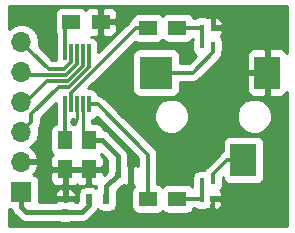
<source format=gtl>
G04 #@! TF.GenerationSoftware,KiCad,Pcbnew,(5.0.0-3-g5ebb6b6)*
G04 #@! TF.CreationDate,2018-08-26T23:18:38+02:00*
G04 #@! TF.ProjectId,Pmod-I2S,506D6F642D4932532E6B696361645F70,rev?*
G04 #@! TF.SameCoordinates,Original*
G04 #@! TF.FileFunction,Copper,L1,Top,Signal*
G04 #@! TF.FilePolarity,Positive*
%FSLAX46Y46*%
G04 Gerber Fmt 4.6, Leading zero omitted, Abs format (unit mm)*
G04 Created by KiCad (PCBNEW (5.0.0-3-g5ebb6b6)) date Sunday, 26 August 2018 at 23:18:38*
%MOMM*%
%LPD*%
G01*
G04 APERTURE LIST*
G04 #@! TA.AperFunction,SMDPad,CuDef*
%ADD10R,1.500000X1.250000*%
G04 #@! TD*
G04 #@! TA.AperFunction,SMDPad,CuDef*
%ADD11R,1.250000X1.500000*%
G04 #@! TD*
G04 #@! TA.AperFunction,ComponentPad*
%ADD12O,1.700000X1.700000*%
G04 #@! TD*
G04 #@! TA.AperFunction,ComponentPad*
%ADD13R,1.700000X1.700000*%
G04 #@! TD*
G04 #@! TA.AperFunction,SMDPad,CuDef*
%ADD14R,0.500000X0.900000*%
G04 #@! TD*
G04 #@! TA.AperFunction,SMDPad,CuDef*
%ADD15R,2.200000X2.800000*%
G04 #@! TD*
G04 #@! TA.AperFunction,SMDPad,CuDef*
%ADD16R,2.800000X2.800000*%
G04 #@! TD*
G04 #@! TA.AperFunction,SMDPad,CuDef*
%ADD17R,0.500000X0.600000*%
G04 #@! TD*
G04 #@! TA.AperFunction,SMDPad,CuDef*
%ADD18R,0.600000X0.500000*%
G04 #@! TD*
G04 #@! TA.AperFunction,SMDPad,CuDef*
%ADD19R,0.300000X1.400000*%
G04 #@! TD*
G04 #@! TA.AperFunction,SMDPad,CuDef*
%ADD20R,0.400000X0.600000*%
G04 #@! TD*
G04 #@! TA.AperFunction,ViaPad*
%ADD21C,0.685800*%
G04 #@! TD*
G04 #@! TA.AperFunction,Conductor*
%ADD22C,0.254000*%
G04 #@! TD*
G04 #@! TA.AperFunction,Conductor*
%ADD23C,0.457200*%
G04 #@! TD*
G04 #@! TA.AperFunction,Conductor*
%ADD24C,0.304800*%
G04 #@! TD*
G04 APERTURE END LIST*
D10*
G04 #@! TO.P,C7,2*
G04 #@! TO.N,Net-(C7-Pad2)*
X102500000Y-62500000D03*
G04 #@! TO.P,C7,1*
G04 #@! TO.N,Net-(C7-Pad1)*
X105000000Y-62500000D03*
G04 #@! TD*
G04 #@! TO.P,C6,1*
G04 #@! TO.N,Net-(C6-Pad1)*
X105000000Y-77000000D03*
G04 #@! TO.P,C6,2*
G04 #@! TO.N,Net-(C6-Pad2)*
X102500000Y-77000000D03*
G04 #@! TD*
D11*
G04 #@! TO.P,C5,2*
G04 #@! TO.N,GND*
X95500000Y-74500000D03*
G04 #@! TO.P,C5,1*
G04 #@! TO.N,Net-(C5-Pad1)*
X95500000Y-72000000D03*
G04 #@! TD*
D10*
G04 #@! TO.P,C4,1*
G04 #@! TO.N,Net-(C4-Pad1)*
X96000000Y-62000000D03*
G04 #@! TO.P,C4,2*
G04 #@! TO.N,GND*
X98500000Y-62000000D03*
G04 #@! TD*
D11*
G04 #@! TO.P,C2,2*
G04 #@! TO.N,GND*
X97500000Y-74500000D03*
G04 #@! TO.P,C2,1*
G04 #@! TO.N,Net-(C2-Pad1)*
X97500000Y-72000000D03*
G04 #@! TD*
D12*
G04 #@! TO.P,J2,6*
G04 #@! TO.N,/MCLK*
X91800000Y-63700000D03*
G04 #@! TO.P,J2,5*
G04 #@! TO.N,/LRCK*
X91800000Y-66240000D03*
G04 #@! TO.P,J2,4*
G04 #@! TO.N,/SCLK*
X91800000Y-68780000D03*
G04 #@! TO.P,J2,3*
G04 #@! TO.N,/SDIN*
X91800000Y-71320000D03*
G04 #@! TO.P,J2,2*
G04 #@! TO.N,GND*
X91800000Y-73860000D03*
D13*
G04 #@! TO.P,J2,1*
G04 #@! TO.N,/VCC*
X91800000Y-76400000D03*
G04 #@! TD*
D14*
G04 #@! TO.P,L1,2*
G04 #@! TO.N,Net-(C2-Pad1)*
X99000000Y-77000000D03*
G04 #@! TO.P,L1,1*
G04 #@! TO.N,/VCC*
X97500000Y-77000000D03*
G04 #@! TD*
D15*
G04 #@! TO.P,J1,3*
G04 #@! TO.N,Net-(J1-Pad3)*
X110600000Y-73700000D03*
G04 #@! TO.P,J1,1*
G04 #@! TO.N,GND*
X112600000Y-66300000D03*
D16*
G04 #@! TO.P,J1,2*
G04 #@! TO.N,Net-(J1-Pad2)*
X103200000Y-66300000D03*
G04 #@! TD*
D17*
G04 #@! TO.P,C1,2*
G04 #@! TO.N,GND*
X95500000Y-77000000D03*
G04 #@! TO.P,C1,1*
G04 #@! TO.N,/VCC*
X95500000Y-78100000D03*
G04 #@! TD*
D18*
G04 #@! TO.P,C3,1*
G04 #@! TO.N,Net-(C2-Pad1)*
X99950000Y-75000000D03*
G04 #@! TO.P,C3,2*
G04 #@! TO.N,GND*
X101050000Y-75000000D03*
G04 #@! TD*
D19*
G04 #@! TO.P,IC1,10*
G04 #@! TO.N,Net-(C6-Pad2)*
X97500000Y-69000000D03*
G04 #@! TO.P,IC1,9*
G04 #@! TO.N,Net-(C2-Pad1)*
X97000000Y-69000000D03*
G04 #@! TO.P,IC1,8*
G04 #@! TO.N,GND*
X96500000Y-69000000D03*
G04 #@! TO.P,IC1,7*
G04 #@! TO.N,Net-(C7-Pad2)*
X96000000Y-69000000D03*
G04 #@! TO.P,IC1,6*
G04 #@! TO.N,Net-(C5-Pad1)*
X95500000Y-69000000D03*
G04 #@! TO.P,IC1,5*
G04 #@! TO.N,Net-(C4-Pad1)*
X95500000Y-64600000D03*
G04 #@! TO.P,IC1,4*
G04 #@! TO.N,/MCLK*
X96000000Y-64600000D03*
G04 #@! TO.P,IC1,3*
G04 #@! TO.N,/LRCK*
X96500000Y-64600000D03*
G04 #@! TO.P,IC1,2*
G04 #@! TO.N,/SCLK*
X97000000Y-64600000D03*
G04 #@! TO.P,IC1,1*
G04 #@! TO.N,/SDIN*
X97500000Y-64600000D03*
G04 #@! TD*
D20*
G04 #@! TO.P,R1,2*
G04 #@! TO.N,GND*
X107950000Y-77000000D03*
G04 #@! TO.P,R1,1*
G04 #@! TO.N,Net-(C6-Pad1)*
X107050000Y-77000000D03*
G04 #@! TD*
G04 #@! TO.P,R2,1*
G04 #@! TO.N,Net-(C7-Pad1)*
X107100000Y-62500000D03*
G04 #@! TO.P,R2,2*
G04 #@! TO.N,GND*
X108000000Y-62500000D03*
G04 #@! TD*
G04 #@! TO.P,R3,2*
G04 #@! TO.N,Net-(C6-Pad1)*
X107100000Y-75500000D03*
G04 #@! TO.P,R3,1*
G04 #@! TO.N,Net-(J1-Pad3)*
X108000000Y-75500000D03*
G04 #@! TD*
G04 #@! TO.P,R4,1*
G04 #@! TO.N,Net-(J1-Pad2)*
X108000000Y-64000000D03*
G04 #@! TO.P,R4,2*
G04 #@! TO.N,Net-(C7-Pad1)*
X107100000Y-64000000D03*
G04 #@! TD*
D21*
G04 #@! TO.N,GND*
X105000000Y-74500000D03*
X100000000Y-66500000D03*
X109500000Y-66500000D03*
X94000000Y-62500000D03*
X112500000Y-77500000D03*
X112500000Y-62500000D03*
X108000000Y-70000000D03*
X100500000Y-77000000D03*
X96250000Y-70500000D03*
X94000000Y-76500000D03*
X101250000Y-73750000D03*
X98750000Y-74500000D03*
X109500000Y-77000000D03*
X109500000Y-62500000D03*
X100250000Y-62000000D03*
G04 #@! TD*
D22*
G04 #@! TO.N,GND*
X96500000Y-70250000D02*
X96250000Y-70500000D01*
X96500000Y-69000000D02*
X96500000Y-70250000D01*
D23*
G04 #@! TO.N,/VCC*
X97500000Y-77000000D02*
X97500000Y-77500000D01*
X97500000Y-77500000D02*
X96900000Y-78100000D01*
X96900000Y-78100000D02*
X95500000Y-78100000D01*
X91800000Y-76400000D02*
X91800000Y-77707200D01*
X91800000Y-77707200D02*
X92192800Y-78100000D01*
X92192800Y-78100000D02*
X95500000Y-78100000D01*
G04 #@! TO.N,Net-(C2-Pad1)*
X97500000Y-72000000D02*
X98582200Y-72000000D01*
X98582200Y-72000000D02*
X99950000Y-73367800D01*
X99950000Y-73367800D02*
X99950000Y-75000000D01*
X99000000Y-77000000D02*
X99000000Y-75950000D01*
X99000000Y-75950000D02*
X99950000Y-75000000D01*
D22*
X97000000Y-71500000D02*
X97500000Y-72000000D01*
X97000000Y-69000000D02*
X97000000Y-71500000D01*
D24*
G04 #@! TO.N,Net-(C4-Pad1)*
X95500000Y-64600000D02*
X95500000Y-62500000D01*
X95500000Y-62500000D02*
X96000000Y-62000000D01*
G04 #@! TO.N,Net-(C5-Pad1)*
X95500000Y-69000000D02*
X95500000Y-72000000D01*
G04 #@! TO.N,Net-(C6-Pad1)*
X107050000Y-77000000D02*
X107050000Y-75550000D01*
X107050000Y-75550000D02*
X107100000Y-75500000D01*
X105000000Y-77000000D02*
X107050000Y-77000000D01*
G04 #@! TO.N,Net-(C6-Pad2)*
X98250000Y-69000000D02*
X97505601Y-69000000D01*
X102500000Y-73250000D02*
X98250000Y-69000000D01*
X102500000Y-77000000D02*
X102500000Y-73250000D01*
G04 #@! TO.N,Net-(C7-Pad2)*
X96000000Y-69000000D02*
X96000001Y-67995199D01*
X96004801Y-67995199D02*
X101500000Y-62500000D01*
X96000001Y-67995199D02*
X96004801Y-67995199D01*
X101500000Y-62500000D02*
X102500000Y-62500000D01*
G04 #@! TO.N,Net-(C7-Pad1)*
X107100000Y-62500000D02*
X107100000Y-64000000D01*
X105000000Y-62500000D02*
X107100000Y-62500000D01*
G04 #@! TO.N,/MCLK*
X92649999Y-64549999D02*
X91800000Y-63700000D01*
X94100000Y-66000000D02*
X92649999Y-64549999D01*
X95413632Y-66000000D02*
X94100000Y-66000000D01*
X96000000Y-64600000D02*
X95999999Y-65413633D01*
X95999999Y-65413633D02*
X95413632Y-66000000D01*
G04 #@! TO.N,/LRCK*
X96500000Y-64600000D02*
X96500000Y-65560224D01*
X96500000Y-65560224D02*
X95560224Y-66500000D01*
X92000000Y-66500000D02*
X91800000Y-66300000D01*
X95560224Y-66500000D02*
X92000000Y-66500000D01*
X91800000Y-66300000D02*
X91800000Y-66240000D01*
G04 #@! TO.N,/SCLK*
X97000000Y-64600000D02*
X97000000Y-65706816D01*
X97000000Y-65706816D02*
X95706816Y-67000000D01*
X95706816Y-67000000D02*
X94000000Y-67000000D01*
X94000000Y-67000000D02*
X92000000Y-69000000D01*
X92000000Y-69000000D02*
X92000000Y-68980000D01*
X92000000Y-68980000D02*
X91800000Y-68780000D01*
G04 #@! TO.N,/SDIN*
X97500000Y-64600000D02*
X97500000Y-65853408D01*
X97500000Y-65853408D02*
X95853408Y-67500000D01*
X95853408Y-67500000D02*
X95000000Y-67500000D01*
X92649999Y-69850001D02*
X92649999Y-70470001D01*
X92649999Y-70470001D02*
X91800000Y-71320000D01*
X95000000Y-67500000D02*
X92649999Y-69850001D01*
G04 #@! TO.N,Net-(J1-Pad2)*
X108000000Y-64000000D02*
X108000000Y-64604800D01*
X108000000Y-64604800D02*
X106304800Y-66300000D01*
X106304800Y-66300000D02*
X103200000Y-66300000D01*
G04 #@! TO.N,Net-(J1-Pad3)*
X108000000Y-75500000D02*
X108000000Y-74895200D01*
X108000000Y-74895200D02*
X109195200Y-73700000D01*
X109195200Y-73700000D02*
X110600000Y-73700000D01*
G04 #@! TD*
D22*
G04 #@! TO.N,GND*
G36*
X114290000Y-64665051D02*
X114238327Y-64540301D01*
X114059698Y-64361673D01*
X113826309Y-64265000D01*
X112885750Y-64265000D01*
X112727000Y-64423750D01*
X112727000Y-66173000D01*
X112747000Y-66173000D01*
X112747000Y-66427000D01*
X112727000Y-66427000D01*
X112727000Y-68176250D01*
X112885750Y-68335000D01*
X113826309Y-68335000D01*
X114059698Y-68238327D01*
X114238327Y-68059699D01*
X114290000Y-67934949D01*
X114290001Y-79290000D01*
X90710000Y-79290000D01*
X90710000Y-77849702D01*
X90950000Y-77897440D01*
X90957323Y-77897440D01*
X90986507Y-78044159D01*
X91061938Y-78157048D01*
X91177381Y-78329820D01*
X91249487Y-78378000D01*
X91521998Y-78650511D01*
X91570180Y-78722620D01*
X91855840Y-78913493D01*
X92107747Y-78963600D01*
X92107750Y-78963600D01*
X92192799Y-78980517D01*
X92277848Y-78963600D01*
X94950517Y-78963600D01*
X95002235Y-78998157D01*
X95250000Y-79047440D01*
X95750000Y-79047440D01*
X95997765Y-78998157D01*
X96049483Y-78963600D01*
X96814951Y-78963600D01*
X96900000Y-78980517D01*
X96985049Y-78963600D01*
X96985053Y-78963600D01*
X97236960Y-78913493D01*
X97522620Y-78722620D01*
X97570802Y-78650512D01*
X98050514Y-78170800D01*
X98122620Y-78122620D01*
X98279172Y-77888325D01*
X98292191Y-77907809D01*
X98502235Y-78048157D01*
X98750000Y-78097440D01*
X99250000Y-78097440D01*
X99497765Y-78048157D01*
X99707809Y-77907809D01*
X99848157Y-77697765D01*
X99897440Y-77450000D01*
X99897440Y-76550000D01*
X99863600Y-76379873D01*
X99863600Y-76307714D01*
X100279802Y-75891512D01*
X100497765Y-75848157D01*
X100511916Y-75838701D01*
X100623691Y-75885000D01*
X100764250Y-75885000D01*
X100923000Y-75726250D01*
X100923000Y-75125000D01*
X100903000Y-75125000D01*
X100903000Y-74875000D01*
X100923000Y-74875000D01*
X100923000Y-74273750D01*
X100813600Y-74164350D01*
X100813600Y-73452847D01*
X100830517Y-73367799D01*
X100813600Y-73282751D01*
X100813600Y-73282747D01*
X100763493Y-73030840D01*
X100572620Y-72745180D01*
X100500517Y-72697002D01*
X99253002Y-71449488D01*
X99204820Y-71377380D01*
X98919160Y-71186507D01*
X98753246Y-71153505D01*
X98723157Y-71002235D01*
X98582809Y-70792191D01*
X98372765Y-70651843D01*
X98125000Y-70602560D01*
X97762000Y-70602560D01*
X97762000Y-70325162D01*
X97897765Y-70298157D01*
X98107809Y-70157809D01*
X98182490Y-70046041D01*
X101712601Y-73576153D01*
X101712601Y-74214576D01*
X101709698Y-74211673D01*
X101476309Y-74115000D01*
X101335750Y-74115000D01*
X101177000Y-74273750D01*
X101177000Y-74875000D01*
X101197000Y-74875000D01*
X101197000Y-75125000D01*
X101177000Y-75125000D01*
X101177000Y-75726250D01*
X101335750Y-75885000D01*
X101340368Y-75885000D01*
X101292191Y-75917191D01*
X101151843Y-76127235D01*
X101102560Y-76375000D01*
X101102560Y-77625000D01*
X101151843Y-77872765D01*
X101292191Y-78082809D01*
X101502235Y-78223157D01*
X101750000Y-78272440D01*
X103250000Y-78272440D01*
X103497765Y-78223157D01*
X103707809Y-78082809D01*
X103750000Y-78019666D01*
X103792191Y-78082809D01*
X104002235Y-78223157D01*
X104250000Y-78272440D01*
X105750000Y-78272440D01*
X105997765Y-78223157D01*
X106207809Y-78082809D01*
X106348157Y-77872765D01*
X106365137Y-77787400D01*
X106436477Y-77787400D01*
X106602235Y-77898157D01*
X106850000Y-77947440D01*
X107250000Y-77947440D01*
X107497765Y-77898157D01*
X107511916Y-77888701D01*
X107623691Y-77935000D01*
X107691250Y-77935000D01*
X107850000Y-77776250D01*
X107850000Y-77538500D01*
X107897440Y-77300000D01*
X107897440Y-77127000D01*
X108050000Y-77127000D01*
X108050000Y-77776250D01*
X108208750Y-77935000D01*
X108276309Y-77935000D01*
X108509698Y-77838327D01*
X108688327Y-77659699D01*
X108785000Y-77426310D01*
X108785000Y-77285750D01*
X108626250Y-77127000D01*
X108050000Y-77127000D01*
X107897440Y-77127000D01*
X107897440Y-76853000D01*
X108050000Y-76853000D01*
X108050000Y-76873000D01*
X108626250Y-76873000D01*
X108785000Y-76714250D01*
X108785000Y-76573690D01*
X108688327Y-76340301D01*
X108626653Y-76278627D01*
X108657809Y-76257809D01*
X108798157Y-76047765D01*
X108847440Y-75800000D01*
X108847440Y-75200000D01*
X108841021Y-75167730D01*
X108861883Y-75146869D01*
X108901843Y-75347765D01*
X109042191Y-75557809D01*
X109252235Y-75698157D01*
X109500000Y-75747440D01*
X111700000Y-75747440D01*
X111947765Y-75698157D01*
X112157809Y-75557809D01*
X112298157Y-75347765D01*
X112347440Y-75100000D01*
X112347440Y-72300000D01*
X112298157Y-72052235D01*
X112157809Y-71842191D01*
X111947765Y-71701843D01*
X111700000Y-71652560D01*
X109500000Y-71652560D01*
X109252235Y-71701843D01*
X109042191Y-71842191D01*
X108901843Y-72052235D01*
X108852560Y-72300000D01*
X108852560Y-72981947D01*
X108627516Y-73132316D01*
X108583586Y-73198062D01*
X107498063Y-74283586D01*
X107432317Y-74327516D01*
X107281947Y-74552560D01*
X106900000Y-74552560D01*
X106652235Y-74601843D01*
X106442191Y-74742191D01*
X106301843Y-74952235D01*
X106252560Y-75200000D01*
X106252560Y-75522923D01*
X106247174Y-75550000D01*
X106252560Y-75577077D01*
X106252560Y-75800000D01*
X106262601Y-75850479D01*
X106262601Y-75999192D01*
X106207809Y-75917191D01*
X105997765Y-75776843D01*
X105750000Y-75727560D01*
X104250000Y-75727560D01*
X104002235Y-75776843D01*
X103792191Y-75917191D01*
X103750000Y-75980334D01*
X103707809Y-75917191D01*
X103497765Y-75776843D01*
X103287400Y-75734999D01*
X103287400Y-73327551D01*
X103302826Y-73250000D01*
X103287400Y-73172448D01*
X103241715Y-72942772D01*
X103067684Y-72682316D01*
X103001938Y-72638386D01*
X100068167Y-69704615D01*
X103015000Y-69704615D01*
X103015000Y-70295385D01*
X103241078Y-70841185D01*
X103658815Y-71258922D01*
X104204615Y-71485000D01*
X104795385Y-71485000D01*
X105341185Y-71258922D01*
X105758922Y-70841185D01*
X105985000Y-70295385D01*
X105985000Y-69704615D01*
X110015000Y-69704615D01*
X110015000Y-70295385D01*
X110241078Y-70841185D01*
X110658815Y-71258922D01*
X111204615Y-71485000D01*
X111795385Y-71485000D01*
X112341185Y-71258922D01*
X112758922Y-70841185D01*
X112985000Y-70295385D01*
X112985000Y-69704615D01*
X112758922Y-69158815D01*
X112341185Y-68741078D01*
X111795385Y-68515000D01*
X111204615Y-68515000D01*
X110658815Y-68741078D01*
X110241078Y-69158815D01*
X110015000Y-69704615D01*
X105985000Y-69704615D01*
X105758922Y-69158815D01*
X105341185Y-68741078D01*
X104795385Y-68515000D01*
X104204615Y-68515000D01*
X103658815Y-68741078D01*
X103241078Y-69158815D01*
X103015000Y-69704615D01*
X100068167Y-69704615D01*
X98861616Y-68498065D01*
X98817684Y-68432316D01*
X98557228Y-68258285D01*
X98327552Y-68212600D01*
X98327551Y-68212600D01*
X98278099Y-68202763D01*
X98248157Y-68052235D01*
X98107809Y-67842191D01*
X97897765Y-67701843D01*
X97650000Y-67652560D01*
X97460991Y-67652560D01*
X101435192Y-63678360D01*
X101502235Y-63723157D01*
X101750000Y-63772440D01*
X103250000Y-63772440D01*
X103497765Y-63723157D01*
X103707809Y-63582809D01*
X103750000Y-63519666D01*
X103792191Y-63582809D01*
X104002235Y-63723157D01*
X104250000Y-63772440D01*
X105750000Y-63772440D01*
X105997765Y-63723157D01*
X106207809Y-63582809D01*
X106312601Y-63425978D01*
X106312601Y-63436135D01*
X106301843Y-63452235D01*
X106252560Y-63700000D01*
X106252560Y-64300000D01*
X106301843Y-64547765D01*
X106442191Y-64757809D01*
X106616781Y-64874467D01*
X105978649Y-65512600D01*
X105247440Y-65512600D01*
X105247440Y-64900000D01*
X105198157Y-64652235D01*
X105057809Y-64442191D01*
X104847765Y-64301843D01*
X104600000Y-64252560D01*
X101800000Y-64252560D01*
X101552235Y-64301843D01*
X101342191Y-64442191D01*
X101201843Y-64652235D01*
X101152560Y-64900000D01*
X101152560Y-67700000D01*
X101201843Y-67947765D01*
X101342191Y-68157809D01*
X101552235Y-68298157D01*
X101800000Y-68347440D01*
X104600000Y-68347440D01*
X104847765Y-68298157D01*
X105057809Y-68157809D01*
X105198157Y-67947765D01*
X105247440Y-67700000D01*
X105247440Y-67087400D01*
X106227249Y-67087400D01*
X106304800Y-67102826D01*
X106382351Y-67087400D01*
X106382352Y-67087400D01*
X106612028Y-67041715D01*
X106872484Y-66867684D01*
X106916416Y-66801935D01*
X107132601Y-66585750D01*
X110865000Y-66585750D01*
X110865000Y-67826310D01*
X110961673Y-68059699D01*
X111140302Y-68238327D01*
X111373691Y-68335000D01*
X112314250Y-68335000D01*
X112473000Y-68176250D01*
X112473000Y-66427000D01*
X111023750Y-66427000D01*
X110865000Y-66585750D01*
X107132601Y-66585750D01*
X108501938Y-65216414D01*
X108567684Y-65172484D01*
X108741715Y-64912028D01*
X108769231Y-64773690D01*
X110865000Y-64773690D01*
X110865000Y-66014250D01*
X111023750Y-66173000D01*
X112473000Y-66173000D01*
X112473000Y-64423750D01*
X112314250Y-64265000D01*
X111373691Y-64265000D01*
X111140302Y-64361673D01*
X110961673Y-64540301D01*
X110865000Y-64773690D01*
X108769231Y-64773690D01*
X108787400Y-64682352D01*
X108787400Y-64682351D01*
X108802826Y-64604800D01*
X108793012Y-64555464D01*
X108798157Y-64547765D01*
X108847440Y-64300000D01*
X108847440Y-63700000D01*
X108798157Y-63452235D01*
X108657809Y-63242191D01*
X108656625Y-63241400D01*
X108738327Y-63159699D01*
X108835000Y-62926310D01*
X108835000Y-62785750D01*
X108676250Y-62627000D01*
X108100000Y-62627000D01*
X108100000Y-62647000D01*
X107947440Y-62647000D01*
X107947440Y-62200000D01*
X107900000Y-61961500D01*
X107900000Y-61723750D01*
X108100000Y-61723750D01*
X108100000Y-62373000D01*
X108676250Y-62373000D01*
X108835000Y-62214250D01*
X108835000Y-62073690D01*
X108738327Y-61840301D01*
X108559698Y-61661673D01*
X108326309Y-61565000D01*
X108258750Y-61565000D01*
X108100000Y-61723750D01*
X107900000Y-61723750D01*
X107741250Y-61565000D01*
X107673691Y-61565000D01*
X107561916Y-61611299D01*
X107547765Y-61601843D01*
X107300000Y-61552560D01*
X106900000Y-61552560D01*
X106652235Y-61601843D01*
X106486477Y-61712600D01*
X106365137Y-61712600D01*
X106348157Y-61627235D01*
X106207809Y-61417191D01*
X105997765Y-61276843D01*
X105750000Y-61227560D01*
X104250000Y-61227560D01*
X104002235Y-61276843D01*
X103792191Y-61417191D01*
X103750000Y-61480334D01*
X103707809Y-61417191D01*
X103497765Y-61276843D01*
X103250000Y-61227560D01*
X101750000Y-61227560D01*
X101502235Y-61276843D01*
X101292191Y-61417191D01*
X101151843Y-61627235D01*
X101115507Y-61809912D01*
X100932316Y-61932316D01*
X100888386Y-61998062D01*
X98297440Y-64589008D01*
X98297440Y-63900000D01*
X98248157Y-63652235D01*
X98107809Y-63442191D01*
X97897765Y-63301843D01*
X97687404Y-63260000D01*
X98214250Y-63260000D01*
X98373000Y-63101250D01*
X98373000Y-62127000D01*
X98627000Y-62127000D01*
X98627000Y-63101250D01*
X98785750Y-63260000D01*
X99376309Y-63260000D01*
X99609698Y-63163327D01*
X99788327Y-62984699D01*
X99885000Y-62751310D01*
X99885000Y-62285750D01*
X99726250Y-62127000D01*
X98627000Y-62127000D01*
X98373000Y-62127000D01*
X98353000Y-62127000D01*
X98353000Y-61873000D01*
X98373000Y-61873000D01*
X98373000Y-60898750D01*
X98627000Y-60898750D01*
X98627000Y-61873000D01*
X99726250Y-61873000D01*
X99885000Y-61714250D01*
X99885000Y-61248690D01*
X99788327Y-61015301D01*
X99609698Y-60836673D01*
X99376309Y-60740000D01*
X98785750Y-60740000D01*
X98627000Y-60898750D01*
X98373000Y-60898750D01*
X98214250Y-60740000D01*
X97623691Y-60740000D01*
X97390302Y-60836673D01*
X97248654Y-60978320D01*
X97207809Y-60917191D01*
X96997765Y-60776843D01*
X96750000Y-60727560D01*
X95250000Y-60727560D01*
X95002235Y-60776843D01*
X94792191Y-60917191D01*
X94651843Y-61127235D01*
X94602560Y-61375000D01*
X94602560Y-62625000D01*
X94651843Y-62872765D01*
X94712601Y-62963695D01*
X94712600Y-63849523D01*
X94702560Y-63900000D01*
X94702560Y-65212600D01*
X94426152Y-65212600D01*
X93261614Y-64048063D01*
X93261612Y-64048060D01*
X93247638Y-64034086D01*
X93314092Y-63700000D01*
X93198839Y-63120582D01*
X92870625Y-62629375D01*
X92379418Y-62301161D01*
X91946256Y-62215000D01*
X91653744Y-62215000D01*
X91220582Y-62301161D01*
X90729375Y-62629375D01*
X90710000Y-62658372D01*
X90710000Y-60710000D01*
X114290000Y-60710000D01*
X114290000Y-64665051D01*
X114290000Y-64665051D01*
G37*
X114290000Y-64665051D02*
X114238327Y-64540301D01*
X114059698Y-64361673D01*
X113826309Y-64265000D01*
X112885750Y-64265000D01*
X112727000Y-64423750D01*
X112727000Y-66173000D01*
X112747000Y-66173000D01*
X112747000Y-66427000D01*
X112727000Y-66427000D01*
X112727000Y-68176250D01*
X112885750Y-68335000D01*
X113826309Y-68335000D01*
X114059698Y-68238327D01*
X114238327Y-68059699D01*
X114290000Y-67934949D01*
X114290001Y-79290000D01*
X90710000Y-79290000D01*
X90710000Y-77849702D01*
X90950000Y-77897440D01*
X90957323Y-77897440D01*
X90986507Y-78044159D01*
X91061938Y-78157048D01*
X91177381Y-78329820D01*
X91249487Y-78378000D01*
X91521998Y-78650511D01*
X91570180Y-78722620D01*
X91855840Y-78913493D01*
X92107747Y-78963600D01*
X92107750Y-78963600D01*
X92192799Y-78980517D01*
X92277848Y-78963600D01*
X94950517Y-78963600D01*
X95002235Y-78998157D01*
X95250000Y-79047440D01*
X95750000Y-79047440D01*
X95997765Y-78998157D01*
X96049483Y-78963600D01*
X96814951Y-78963600D01*
X96900000Y-78980517D01*
X96985049Y-78963600D01*
X96985053Y-78963600D01*
X97236960Y-78913493D01*
X97522620Y-78722620D01*
X97570802Y-78650512D01*
X98050514Y-78170800D01*
X98122620Y-78122620D01*
X98279172Y-77888325D01*
X98292191Y-77907809D01*
X98502235Y-78048157D01*
X98750000Y-78097440D01*
X99250000Y-78097440D01*
X99497765Y-78048157D01*
X99707809Y-77907809D01*
X99848157Y-77697765D01*
X99897440Y-77450000D01*
X99897440Y-76550000D01*
X99863600Y-76379873D01*
X99863600Y-76307714D01*
X100279802Y-75891512D01*
X100497765Y-75848157D01*
X100511916Y-75838701D01*
X100623691Y-75885000D01*
X100764250Y-75885000D01*
X100923000Y-75726250D01*
X100923000Y-75125000D01*
X100903000Y-75125000D01*
X100903000Y-74875000D01*
X100923000Y-74875000D01*
X100923000Y-74273750D01*
X100813600Y-74164350D01*
X100813600Y-73452847D01*
X100830517Y-73367799D01*
X100813600Y-73282751D01*
X100813600Y-73282747D01*
X100763493Y-73030840D01*
X100572620Y-72745180D01*
X100500517Y-72697002D01*
X99253002Y-71449488D01*
X99204820Y-71377380D01*
X98919160Y-71186507D01*
X98753246Y-71153505D01*
X98723157Y-71002235D01*
X98582809Y-70792191D01*
X98372765Y-70651843D01*
X98125000Y-70602560D01*
X97762000Y-70602560D01*
X97762000Y-70325162D01*
X97897765Y-70298157D01*
X98107809Y-70157809D01*
X98182490Y-70046041D01*
X101712601Y-73576153D01*
X101712601Y-74214576D01*
X101709698Y-74211673D01*
X101476309Y-74115000D01*
X101335750Y-74115000D01*
X101177000Y-74273750D01*
X101177000Y-74875000D01*
X101197000Y-74875000D01*
X101197000Y-75125000D01*
X101177000Y-75125000D01*
X101177000Y-75726250D01*
X101335750Y-75885000D01*
X101340368Y-75885000D01*
X101292191Y-75917191D01*
X101151843Y-76127235D01*
X101102560Y-76375000D01*
X101102560Y-77625000D01*
X101151843Y-77872765D01*
X101292191Y-78082809D01*
X101502235Y-78223157D01*
X101750000Y-78272440D01*
X103250000Y-78272440D01*
X103497765Y-78223157D01*
X103707809Y-78082809D01*
X103750000Y-78019666D01*
X103792191Y-78082809D01*
X104002235Y-78223157D01*
X104250000Y-78272440D01*
X105750000Y-78272440D01*
X105997765Y-78223157D01*
X106207809Y-78082809D01*
X106348157Y-77872765D01*
X106365137Y-77787400D01*
X106436477Y-77787400D01*
X106602235Y-77898157D01*
X106850000Y-77947440D01*
X107250000Y-77947440D01*
X107497765Y-77898157D01*
X107511916Y-77888701D01*
X107623691Y-77935000D01*
X107691250Y-77935000D01*
X107850000Y-77776250D01*
X107850000Y-77538500D01*
X107897440Y-77300000D01*
X107897440Y-77127000D01*
X108050000Y-77127000D01*
X108050000Y-77776250D01*
X108208750Y-77935000D01*
X108276309Y-77935000D01*
X108509698Y-77838327D01*
X108688327Y-77659699D01*
X108785000Y-77426310D01*
X108785000Y-77285750D01*
X108626250Y-77127000D01*
X108050000Y-77127000D01*
X107897440Y-77127000D01*
X107897440Y-76853000D01*
X108050000Y-76853000D01*
X108050000Y-76873000D01*
X108626250Y-76873000D01*
X108785000Y-76714250D01*
X108785000Y-76573690D01*
X108688327Y-76340301D01*
X108626653Y-76278627D01*
X108657809Y-76257809D01*
X108798157Y-76047765D01*
X108847440Y-75800000D01*
X108847440Y-75200000D01*
X108841021Y-75167730D01*
X108861883Y-75146869D01*
X108901843Y-75347765D01*
X109042191Y-75557809D01*
X109252235Y-75698157D01*
X109500000Y-75747440D01*
X111700000Y-75747440D01*
X111947765Y-75698157D01*
X112157809Y-75557809D01*
X112298157Y-75347765D01*
X112347440Y-75100000D01*
X112347440Y-72300000D01*
X112298157Y-72052235D01*
X112157809Y-71842191D01*
X111947765Y-71701843D01*
X111700000Y-71652560D01*
X109500000Y-71652560D01*
X109252235Y-71701843D01*
X109042191Y-71842191D01*
X108901843Y-72052235D01*
X108852560Y-72300000D01*
X108852560Y-72981947D01*
X108627516Y-73132316D01*
X108583586Y-73198062D01*
X107498063Y-74283586D01*
X107432317Y-74327516D01*
X107281947Y-74552560D01*
X106900000Y-74552560D01*
X106652235Y-74601843D01*
X106442191Y-74742191D01*
X106301843Y-74952235D01*
X106252560Y-75200000D01*
X106252560Y-75522923D01*
X106247174Y-75550000D01*
X106252560Y-75577077D01*
X106252560Y-75800000D01*
X106262601Y-75850479D01*
X106262601Y-75999192D01*
X106207809Y-75917191D01*
X105997765Y-75776843D01*
X105750000Y-75727560D01*
X104250000Y-75727560D01*
X104002235Y-75776843D01*
X103792191Y-75917191D01*
X103750000Y-75980334D01*
X103707809Y-75917191D01*
X103497765Y-75776843D01*
X103287400Y-75734999D01*
X103287400Y-73327551D01*
X103302826Y-73250000D01*
X103287400Y-73172448D01*
X103241715Y-72942772D01*
X103067684Y-72682316D01*
X103001938Y-72638386D01*
X100068167Y-69704615D01*
X103015000Y-69704615D01*
X103015000Y-70295385D01*
X103241078Y-70841185D01*
X103658815Y-71258922D01*
X104204615Y-71485000D01*
X104795385Y-71485000D01*
X105341185Y-71258922D01*
X105758922Y-70841185D01*
X105985000Y-70295385D01*
X105985000Y-69704615D01*
X110015000Y-69704615D01*
X110015000Y-70295385D01*
X110241078Y-70841185D01*
X110658815Y-71258922D01*
X111204615Y-71485000D01*
X111795385Y-71485000D01*
X112341185Y-71258922D01*
X112758922Y-70841185D01*
X112985000Y-70295385D01*
X112985000Y-69704615D01*
X112758922Y-69158815D01*
X112341185Y-68741078D01*
X111795385Y-68515000D01*
X111204615Y-68515000D01*
X110658815Y-68741078D01*
X110241078Y-69158815D01*
X110015000Y-69704615D01*
X105985000Y-69704615D01*
X105758922Y-69158815D01*
X105341185Y-68741078D01*
X104795385Y-68515000D01*
X104204615Y-68515000D01*
X103658815Y-68741078D01*
X103241078Y-69158815D01*
X103015000Y-69704615D01*
X100068167Y-69704615D01*
X98861616Y-68498065D01*
X98817684Y-68432316D01*
X98557228Y-68258285D01*
X98327552Y-68212600D01*
X98327551Y-68212600D01*
X98278099Y-68202763D01*
X98248157Y-68052235D01*
X98107809Y-67842191D01*
X97897765Y-67701843D01*
X97650000Y-67652560D01*
X97460991Y-67652560D01*
X101435192Y-63678360D01*
X101502235Y-63723157D01*
X101750000Y-63772440D01*
X103250000Y-63772440D01*
X103497765Y-63723157D01*
X103707809Y-63582809D01*
X103750000Y-63519666D01*
X103792191Y-63582809D01*
X104002235Y-63723157D01*
X104250000Y-63772440D01*
X105750000Y-63772440D01*
X105997765Y-63723157D01*
X106207809Y-63582809D01*
X106312601Y-63425978D01*
X106312601Y-63436135D01*
X106301843Y-63452235D01*
X106252560Y-63700000D01*
X106252560Y-64300000D01*
X106301843Y-64547765D01*
X106442191Y-64757809D01*
X106616781Y-64874467D01*
X105978649Y-65512600D01*
X105247440Y-65512600D01*
X105247440Y-64900000D01*
X105198157Y-64652235D01*
X105057809Y-64442191D01*
X104847765Y-64301843D01*
X104600000Y-64252560D01*
X101800000Y-64252560D01*
X101552235Y-64301843D01*
X101342191Y-64442191D01*
X101201843Y-64652235D01*
X101152560Y-64900000D01*
X101152560Y-67700000D01*
X101201843Y-67947765D01*
X101342191Y-68157809D01*
X101552235Y-68298157D01*
X101800000Y-68347440D01*
X104600000Y-68347440D01*
X104847765Y-68298157D01*
X105057809Y-68157809D01*
X105198157Y-67947765D01*
X105247440Y-67700000D01*
X105247440Y-67087400D01*
X106227249Y-67087400D01*
X106304800Y-67102826D01*
X106382351Y-67087400D01*
X106382352Y-67087400D01*
X106612028Y-67041715D01*
X106872484Y-66867684D01*
X106916416Y-66801935D01*
X107132601Y-66585750D01*
X110865000Y-66585750D01*
X110865000Y-67826310D01*
X110961673Y-68059699D01*
X111140302Y-68238327D01*
X111373691Y-68335000D01*
X112314250Y-68335000D01*
X112473000Y-68176250D01*
X112473000Y-66427000D01*
X111023750Y-66427000D01*
X110865000Y-66585750D01*
X107132601Y-66585750D01*
X108501938Y-65216414D01*
X108567684Y-65172484D01*
X108741715Y-64912028D01*
X108769231Y-64773690D01*
X110865000Y-64773690D01*
X110865000Y-66014250D01*
X111023750Y-66173000D01*
X112473000Y-66173000D01*
X112473000Y-64423750D01*
X112314250Y-64265000D01*
X111373691Y-64265000D01*
X111140302Y-64361673D01*
X110961673Y-64540301D01*
X110865000Y-64773690D01*
X108769231Y-64773690D01*
X108787400Y-64682352D01*
X108787400Y-64682351D01*
X108802826Y-64604800D01*
X108793012Y-64555464D01*
X108798157Y-64547765D01*
X108847440Y-64300000D01*
X108847440Y-63700000D01*
X108798157Y-63452235D01*
X108657809Y-63242191D01*
X108656625Y-63241400D01*
X108738327Y-63159699D01*
X108835000Y-62926310D01*
X108835000Y-62785750D01*
X108676250Y-62627000D01*
X108100000Y-62627000D01*
X108100000Y-62647000D01*
X107947440Y-62647000D01*
X107947440Y-62200000D01*
X107900000Y-61961500D01*
X107900000Y-61723750D01*
X108100000Y-61723750D01*
X108100000Y-62373000D01*
X108676250Y-62373000D01*
X108835000Y-62214250D01*
X108835000Y-62073690D01*
X108738327Y-61840301D01*
X108559698Y-61661673D01*
X108326309Y-61565000D01*
X108258750Y-61565000D01*
X108100000Y-61723750D01*
X107900000Y-61723750D01*
X107741250Y-61565000D01*
X107673691Y-61565000D01*
X107561916Y-61611299D01*
X107547765Y-61601843D01*
X107300000Y-61552560D01*
X106900000Y-61552560D01*
X106652235Y-61601843D01*
X106486477Y-61712600D01*
X106365137Y-61712600D01*
X106348157Y-61627235D01*
X106207809Y-61417191D01*
X105997765Y-61276843D01*
X105750000Y-61227560D01*
X104250000Y-61227560D01*
X104002235Y-61276843D01*
X103792191Y-61417191D01*
X103750000Y-61480334D01*
X103707809Y-61417191D01*
X103497765Y-61276843D01*
X103250000Y-61227560D01*
X101750000Y-61227560D01*
X101502235Y-61276843D01*
X101292191Y-61417191D01*
X101151843Y-61627235D01*
X101115507Y-61809912D01*
X100932316Y-61932316D01*
X100888386Y-61998062D01*
X98297440Y-64589008D01*
X98297440Y-63900000D01*
X98248157Y-63652235D01*
X98107809Y-63442191D01*
X97897765Y-63301843D01*
X97687404Y-63260000D01*
X98214250Y-63260000D01*
X98373000Y-63101250D01*
X98373000Y-62127000D01*
X98627000Y-62127000D01*
X98627000Y-63101250D01*
X98785750Y-63260000D01*
X99376309Y-63260000D01*
X99609698Y-63163327D01*
X99788327Y-62984699D01*
X99885000Y-62751310D01*
X99885000Y-62285750D01*
X99726250Y-62127000D01*
X98627000Y-62127000D01*
X98373000Y-62127000D01*
X98353000Y-62127000D01*
X98353000Y-61873000D01*
X98373000Y-61873000D01*
X98373000Y-60898750D01*
X98627000Y-60898750D01*
X98627000Y-61873000D01*
X99726250Y-61873000D01*
X99885000Y-61714250D01*
X99885000Y-61248690D01*
X99788327Y-61015301D01*
X99609698Y-60836673D01*
X99376309Y-60740000D01*
X98785750Y-60740000D01*
X98627000Y-60898750D01*
X98373000Y-60898750D01*
X98214250Y-60740000D01*
X97623691Y-60740000D01*
X97390302Y-60836673D01*
X97248654Y-60978320D01*
X97207809Y-60917191D01*
X96997765Y-60776843D01*
X96750000Y-60727560D01*
X95250000Y-60727560D01*
X95002235Y-60776843D01*
X94792191Y-60917191D01*
X94651843Y-61127235D01*
X94602560Y-61375000D01*
X94602560Y-62625000D01*
X94651843Y-62872765D01*
X94712601Y-62963695D01*
X94712600Y-63849523D01*
X94702560Y-63900000D01*
X94702560Y-65212600D01*
X94426152Y-65212600D01*
X93261614Y-64048063D01*
X93261612Y-64048060D01*
X93247638Y-64034086D01*
X93314092Y-63700000D01*
X93198839Y-63120582D01*
X92870625Y-62629375D01*
X92379418Y-62301161D01*
X91946256Y-62215000D01*
X91653744Y-62215000D01*
X91220582Y-62301161D01*
X90729375Y-62629375D01*
X90710000Y-62658372D01*
X90710000Y-60710000D01*
X114290000Y-60710000D01*
X114290000Y-64665051D01*
G36*
X94702560Y-69700000D02*
X94712600Y-69750476D01*
X94712601Y-70634863D01*
X94627235Y-70651843D01*
X94417191Y-70792191D01*
X94276843Y-71002235D01*
X94227560Y-71250000D01*
X94227560Y-72750000D01*
X94276843Y-72997765D01*
X94417191Y-73207809D01*
X94478320Y-73248654D01*
X94336673Y-73390302D01*
X94240000Y-73623691D01*
X94240000Y-74214250D01*
X94398750Y-74373000D01*
X95373000Y-74373000D01*
X95373000Y-74353000D01*
X95627000Y-74353000D01*
X95627000Y-74373000D01*
X97373000Y-74373000D01*
X97373000Y-74353000D01*
X97627000Y-74353000D01*
X97627000Y-74373000D01*
X98601250Y-74373000D01*
X98760000Y-74214250D01*
X98760000Y-73623691D01*
X98663327Y-73390302D01*
X98521680Y-73248654D01*
X98574348Y-73213462D01*
X99086400Y-73725515D01*
X99086401Y-74450516D01*
X99051843Y-74502235D01*
X99008488Y-74720198D01*
X98760000Y-74968686D01*
X98760000Y-74785750D01*
X98601250Y-74627000D01*
X97627000Y-74627000D01*
X97627000Y-75726250D01*
X97785750Y-75885000D01*
X98132412Y-75885000D01*
X98119483Y-75950000D01*
X98136401Y-76035053D01*
X98136401Y-76044477D01*
X97997765Y-75951843D01*
X97750000Y-75902560D01*
X97250000Y-75902560D01*
X97002235Y-75951843D01*
X96792191Y-76092191D01*
X96651843Y-76302235D01*
X96602560Y-76550000D01*
X96602560Y-77176126D01*
X96542287Y-77236400D01*
X96335650Y-77236400D01*
X96226250Y-77127000D01*
X95625000Y-77127000D01*
X95625000Y-77147000D01*
X95375000Y-77147000D01*
X95375000Y-77127000D01*
X94773750Y-77127000D01*
X94664350Y-77236400D01*
X93297440Y-77236400D01*
X93297440Y-76573691D01*
X94615000Y-76573691D01*
X94615000Y-76714250D01*
X94773750Y-76873000D01*
X95375000Y-76873000D01*
X95375000Y-76223750D01*
X95625000Y-76223750D01*
X95625000Y-76873000D01*
X96226250Y-76873000D01*
X96385000Y-76714250D01*
X96385000Y-76573691D01*
X96288327Y-76340302D01*
X96109699Y-76161673D01*
X95876310Y-76065000D01*
X95783750Y-76065000D01*
X95625000Y-76223750D01*
X95375000Y-76223750D01*
X95216250Y-76065000D01*
X95123690Y-76065000D01*
X94890301Y-76161673D01*
X94711673Y-76340302D01*
X94615000Y-76573691D01*
X93297440Y-76573691D01*
X93297440Y-75550000D01*
X93248157Y-75302235D01*
X93107809Y-75092191D01*
X92897765Y-74951843D01*
X92794292Y-74931261D01*
X92926901Y-74785750D01*
X94240000Y-74785750D01*
X94240000Y-75376309D01*
X94336673Y-75609698D01*
X94515301Y-75788327D01*
X94748690Y-75885000D01*
X95214250Y-75885000D01*
X95373000Y-75726250D01*
X95373000Y-74627000D01*
X95627000Y-74627000D01*
X95627000Y-75726250D01*
X95785750Y-75885000D01*
X96251310Y-75885000D01*
X96484699Y-75788327D01*
X96500000Y-75773026D01*
X96515301Y-75788327D01*
X96748690Y-75885000D01*
X97214250Y-75885000D01*
X97373000Y-75726250D01*
X97373000Y-74627000D01*
X95627000Y-74627000D01*
X95373000Y-74627000D01*
X94398750Y-74627000D01*
X94240000Y-74785750D01*
X92926901Y-74785750D01*
X93071645Y-74626924D01*
X93241476Y-74216890D01*
X93120155Y-73987000D01*
X91927000Y-73987000D01*
X91927000Y-74007000D01*
X91673000Y-74007000D01*
X91673000Y-73987000D01*
X91653000Y-73987000D01*
X91653000Y-73733000D01*
X91673000Y-73733000D01*
X91673000Y-73713000D01*
X91927000Y-73713000D01*
X91927000Y-73733000D01*
X93120155Y-73733000D01*
X93241476Y-73503110D01*
X93071645Y-73093076D01*
X92681358Y-72664817D01*
X92551522Y-72603843D01*
X92870625Y-72390625D01*
X93198839Y-71899418D01*
X93314092Y-71320000D01*
X93248702Y-70991262D01*
X93391714Y-70777229D01*
X93437399Y-70547553D01*
X93452825Y-70470002D01*
X93437399Y-70392451D01*
X93437399Y-70176152D01*
X94702560Y-68910992D01*
X94702560Y-69700000D01*
X94702560Y-69700000D01*
G37*
X94702560Y-69700000D02*
X94712600Y-69750476D01*
X94712601Y-70634863D01*
X94627235Y-70651843D01*
X94417191Y-70792191D01*
X94276843Y-71002235D01*
X94227560Y-71250000D01*
X94227560Y-72750000D01*
X94276843Y-72997765D01*
X94417191Y-73207809D01*
X94478320Y-73248654D01*
X94336673Y-73390302D01*
X94240000Y-73623691D01*
X94240000Y-74214250D01*
X94398750Y-74373000D01*
X95373000Y-74373000D01*
X95373000Y-74353000D01*
X95627000Y-74353000D01*
X95627000Y-74373000D01*
X97373000Y-74373000D01*
X97373000Y-74353000D01*
X97627000Y-74353000D01*
X97627000Y-74373000D01*
X98601250Y-74373000D01*
X98760000Y-74214250D01*
X98760000Y-73623691D01*
X98663327Y-73390302D01*
X98521680Y-73248654D01*
X98574348Y-73213462D01*
X99086400Y-73725515D01*
X99086401Y-74450516D01*
X99051843Y-74502235D01*
X99008488Y-74720198D01*
X98760000Y-74968686D01*
X98760000Y-74785750D01*
X98601250Y-74627000D01*
X97627000Y-74627000D01*
X97627000Y-75726250D01*
X97785750Y-75885000D01*
X98132412Y-75885000D01*
X98119483Y-75950000D01*
X98136401Y-76035053D01*
X98136401Y-76044477D01*
X97997765Y-75951843D01*
X97750000Y-75902560D01*
X97250000Y-75902560D01*
X97002235Y-75951843D01*
X96792191Y-76092191D01*
X96651843Y-76302235D01*
X96602560Y-76550000D01*
X96602560Y-77176126D01*
X96542287Y-77236400D01*
X96335650Y-77236400D01*
X96226250Y-77127000D01*
X95625000Y-77127000D01*
X95625000Y-77147000D01*
X95375000Y-77147000D01*
X95375000Y-77127000D01*
X94773750Y-77127000D01*
X94664350Y-77236400D01*
X93297440Y-77236400D01*
X93297440Y-76573691D01*
X94615000Y-76573691D01*
X94615000Y-76714250D01*
X94773750Y-76873000D01*
X95375000Y-76873000D01*
X95375000Y-76223750D01*
X95625000Y-76223750D01*
X95625000Y-76873000D01*
X96226250Y-76873000D01*
X96385000Y-76714250D01*
X96385000Y-76573691D01*
X96288327Y-76340302D01*
X96109699Y-76161673D01*
X95876310Y-76065000D01*
X95783750Y-76065000D01*
X95625000Y-76223750D01*
X95375000Y-76223750D01*
X95216250Y-76065000D01*
X95123690Y-76065000D01*
X94890301Y-76161673D01*
X94711673Y-76340302D01*
X94615000Y-76573691D01*
X93297440Y-76573691D01*
X93297440Y-75550000D01*
X93248157Y-75302235D01*
X93107809Y-75092191D01*
X92897765Y-74951843D01*
X92794292Y-74931261D01*
X92926901Y-74785750D01*
X94240000Y-74785750D01*
X94240000Y-75376309D01*
X94336673Y-75609698D01*
X94515301Y-75788327D01*
X94748690Y-75885000D01*
X95214250Y-75885000D01*
X95373000Y-75726250D01*
X95373000Y-74627000D01*
X95627000Y-74627000D01*
X95627000Y-75726250D01*
X95785750Y-75885000D01*
X96251310Y-75885000D01*
X96484699Y-75788327D01*
X96500000Y-75773026D01*
X96515301Y-75788327D01*
X96748690Y-75885000D01*
X97214250Y-75885000D01*
X97373000Y-75726250D01*
X97373000Y-74627000D01*
X95627000Y-74627000D01*
X95373000Y-74627000D01*
X94398750Y-74627000D01*
X94240000Y-74785750D01*
X92926901Y-74785750D01*
X93071645Y-74626924D01*
X93241476Y-74216890D01*
X93120155Y-73987000D01*
X91927000Y-73987000D01*
X91927000Y-74007000D01*
X91673000Y-74007000D01*
X91673000Y-73987000D01*
X91653000Y-73987000D01*
X91653000Y-73733000D01*
X91673000Y-73733000D01*
X91673000Y-73713000D01*
X91927000Y-73713000D01*
X91927000Y-73733000D01*
X93120155Y-73733000D01*
X93241476Y-73503110D01*
X93071645Y-73093076D01*
X92681358Y-72664817D01*
X92551522Y-72603843D01*
X92870625Y-72390625D01*
X93198839Y-71899418D01*
X93314092Y-71320000D01*
X93248702Y-70991262D01*
X93391714Y-70777229D01*
X93437399Y-70547553D01*
X93452825Y-70470002D01*
X93437399Y-70392451D01*
X93437399Y-70176152D01*
X94702560Y-68910992D01*
X94702560Y-69700000D01*
G04 #@! TD*
M02*

</source>
